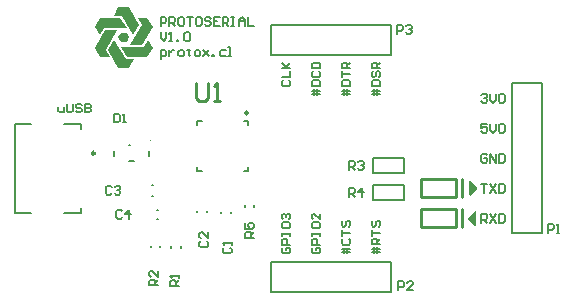
<source format=gto>
G04*
G04 #@! TF.GenerationSoftware,Altium Limited,Altium Designer,18.1.9 (240)*
G04*
G04 Layer_Color=65535*
%FSLAX25Y25*%
%MOIN*%
G70*
G01*
G75*
%ADD10C,0.00984*%
%ADD11C,0.00394*%
%ADD12C,0.00787*%
%ADD13C,0.01000*%
%ADD14C,0.00600*%
%ADD15C,0.00800*%
G36*
X28221Y83908D02*
X26184Y80390D01*
X22389Y86985D01*
X19659D01*
X21279Y89808D01*
X24819D01*
X28221Y83908D01*
D02*
G37*
G36*
X24009Y82751D02*
X16396D01*
X15031Y80390D01*
X13411Y83213D01*
X15193Y86291D01*
X21973D01*
X24009Y82751D01*
D02*
G37*
G36*
X24958Y79696D02*
X24009Y78030D01*
X22112D01*
X21163Y79696D01*
X22112Y81316D01*
X24009D01*
X24958Y79696D01*
D02*
G37*
G36*
X32710Y83213D02*
X29308Y77313D01*
X25236D01*
X29054Y83908D01*
X27689Y86291D01*
X30951D01*
X32710Y83213D01*
D02*
G37*
G36*
Y76156D02*
X30951Y73101D01*
X24148D01*
X22112Y76618D01*
X29725D01*
X31067Y78979D01*
X32710Y76156D01*
D02*
G37*
G36*
X17090Y75438D02*
X18432Y73101D01*
X15193D01*
X13411Y76156D01*
X16790Y82033D01*
X20885D01*
X17090Y75438D01*
D02*
G37*
G36*
X23755Y72384D02*
X26462D01*
X24819Y69584D01*
X21279D01*
X17900Y75438D01*
X19937Y78979D01*
X23755Y72384D01*
D02*
G37*
G36*
X140283Y21826D02*
X140325Y21817D01*
X140362Y21803D01*
X140394Y21789D01*
X140426Y21770D01*
X140450Y21757D01*
X140463Y21747D01*
X140468Y21743D01*
X140496Y21711D01*
X140514Y21674D01*
X140533Y21636D01*
X140542Y21600D01*
X140547Y21567D01*
X140551Y21544D01*
Y21526D01*
Y21521D01*
Y17146D01*
X140547Y17095D01*
X140537Y17053D01*
X140524Y17017D01*
X140510Y16984D01*
X140496Y16957D01*
X140482Y16938D01*
X140473Y16929D01*
X140468Y16924D01*
X140422Y16896D01*
X140380Y16873D01*
X140343Y16860D01*
X140311Y16846D01*
X140283Y16841D01*
X140265Y16836D01*
X140246D01*
X140205Y16841D01*
X140168Y16850D01*
X140126Y16864D01*
X140094Y16883D01*
X140061Y16896D01*
X140038Y16910D01*
X140024Y16919D01*
X140020Y16924D01*
X137835Y19109D01*
X137807Y19156D01*
X137784Y19197D01*
X137770Y19234D01*
X137756Y19266D01*
X137751Y19294D01*
X137747Y19313D01*
Y19327D01*
Y19331D01*
X137751Y19373D01*
X137761Y19410D01*
X137775Y19451D01*
X137788Y19484D01*
X137807Y19516D01*
X137821Y19539D01*
X137830Y19553D01*
X137835Y19557D01*
X140020Y21743D01*
X140066Y21770D01*
X140108Y21794D01*
X140145Y21808D01*
X140177Y21821D01*
X140205Y21826D01*
X140228Y21831D01*
X140246D01*
X140283Y21826D01*
D02*
G37*
G36*
X138535Y31964D02*
X138563Y31959D01*
X138595Y31945D01*
X138633Y31931D01*
X138674Y31908D01*
X138720Y31881D01*
X140905Y29695D01*
X140910Y29691D01*
X140919Y29677D01*
X140933Y29654D01*
X140952Y29621D01*
X140966Y29589D01*
X140979Y29548D01*
X140989Y29511D01*
X140993Y29469D01*
Y29464D01*
Y29451D01*
X140989Y29432D01*
X140984Y29404D01*
X140970Y29372D01*
X140956Y29335D01*
X140933Y29293D01*
X140905Y29247D01*
X138720Y27062D01*
X138716Y27057D01*
X138702Y27048D01*
X138679Y27034D01*
X138646Y27020D01*
X138614Y27002D01*
X138572Y26988D01*
X138535Y26979D01*
X138494Y26974D01*
X138475D01*
X138457Y26979D01*
X138429Y26983D01*
X138397Y26997D01*
X138360Y27011D01*
X138318Y27034D01*
X138272Y27062D01*
X138268Y27067D01*
X138258Y27076D01*
X138244Y27094D01*
X138231Y27122D01*
X138217Y27154D01*
X138203Y27191D01*
X138194Y27233D01*
X138189Y27284D01*
Y31659D01*
Y31664D01*
Y31682D01*
X138194Y31705D01*
X138198Y31737D01*
X138207Y31774D01*
X138226Y31811D01*
X138244Y31848D01*
X138272Y31881D01*
X138277Y31885D01*
X138291Y31894D01*
X138314Y31908D01*
X138346Y31927D01*
X138378Y31941D01*
X138415Y31955D01*
X138457Y31964D01*
X138494Y31968D01*
X138512D01*
X138535Y31964D01*
D02*
G37*
D10*
X64468Y54527D02*
G03*
X64468Y54527I-492J0D01*
G01*
X13441Y41118D02*
G03*
X13441Y41118I-492J0D01*
G01*
D11*
X32087Y45449D02*
G03*
X32087Y45449I-197J0D01*
G01*
D12*
X47638Y50590D02*
Y51968D01*
X49016D01*
X47638Y35039D02*
Y36417D01*
Y35039D02*
X49016D01*
X63189D02*
X64567D01*
Y36417D01*
Y50590D02*
Y51968D01*
X63189D02*
X64567D01*
X3000Y50764D02*
X8815D01*
Y49185D02*
Y50764D01*
Y21236D02*
Y22815D01*
X3000Y21236D02*
X8815D01*
X-13232D02*
X-7811D01*
X-13232D02*
Y50764D01*
X-7811D01*
X38945Y9646D02*
Y10039D01*
X42095Y9646D02*
Y10039D01*
X35197Y9866D02*
Y10260D01*
X32048Y9866D02*
Y10260D01*
X55315Y21039D02*
Y21433D01*
X58858Y21039D02*
Y21433D01*
X47638Y21457D02*
Y21850D01*
X50788Y21457D02*
Y21850D01*
X112126Y-5031D02*
Y4969D01*
X72126Y-5031D02*
X112126D01*
X72126Y4969D02*
X112126D01*
X72126Y-5031D02*
Y4969D01*
X112126Y73969D02*
Y83969D01*
X72126Y73969D02*
X112126D01*
X72126Y83969D02*
X112126D01*
X72126Y73969D02*
Y83969D01*
X63583Y23303D02*
Y23697D01*
X66339Y23303D02*
Y23697D01*
X152480Y14469D02*
X162480D01*
X152480D02*
Y64469D01*
X162480Y14469D02*
Y64469D01*
X152480D02*
X162480D01*
X31496Y40331D02*
Y41906D01*
X19685Y40331D02*
Y41906D01*
X24803Y43874D02*
X25197D01*
X24803Y38362D02*
X26378D01*
X34094Y22329D02*
X34488D01*
X34094Y19179D02*
X34488D01*
X32323Y30516D02*
X32717D01*
X32323Y26972D02*
X32717D01*
D13*
X133976Y26489D02*
Y32395D01*
X132945Y26489D02*
X133976D01*
X135976Y26542D02*
Y32448D01*
X132945Y32395D02*
X133976D01*
X122118D02*
X132945D01*
X122118Y26489D02*
X132945D01*
X122118D02*
Y32395D01*
X133976Y16489D02*
Y22395D01*
X132945Y16489D02*
X133976D01*
X135976Y16542D02*
Y22448D01*
X132945Y22395D02*
X133976D01*
X122118D02*
X132945D01*
X122118Y16489D02*
X132945D01*
X122118D02*
Y22395D01*
X47245Y64520D02*
Y59522D01*
X48245Y58522D01*
X50244D01*
X51244Y59522D01*
Y64520D01*
X53243Y58522D02*
X55242D01*
X54243D01*
Y64520D01*
X53243Y63520D01*
D14*
X106102Y30669D02*
X116339D01*
X106102Y25551D02*
X116339D01*
X106102D02*
Y30669D01*
X116339Y25551D02*
Y30669D01*
X106102Y39669D02*
X116339D01*
X106102Y34551D02*
X116339D01*
X106102D02*
Y39669D01*
X116339Y34551D02*
Y39669D01*
D15*
X142189Y30944D02*
X144157D01*
X143173D01*
Y27993D01*
X145141Y30944D02*
X147109Y27993D01*
Y30944D02*
X145141Y27993D01*
X148093Y30944D02*
Y27993D01*
X149568D01*
X150060Y28485D01*
Y30452D01*
X149568Y30944D01*
X148093D01*
X35335Y72441D02*
Y75393D01*
X36811D01*
X37303Y74901D01*
Y73917D01*
X36811Y73425D01*
X35335D01*
X38287Y75393D02*
Y73425D01*
Y74409D01*
X38778Y74901D01*
X39270Y75393D01*
X39762D01*
X41730Y73425D02*
X42714D01*
X43206Y73917D01*
Y74901D01*
X42714Y75393D01*
X41730D01*
X41238Y74901D01*
Y73917D01*
X41730Y73425D01*
X44682Y75885D02*
Y75393D01*
X44190D01*
X45174D01*
X44682D01*
Y73917D01*
X45174Y73425D01*
X47142D02*
X48126D01*
X48618Y73917D01*
Y74901D01*
X48126Y75393D01*
X47142D01*
X46650Y74901D01*
Y73917D01*
X47142Y73425D01*
X49602Y75393D02*
X51570Y73425D01*
X50586Y74409D01*
X51570Y75393D01*
X49602Y73425D01*
X52553D02*
Y73917D01*
X53045D01*
Y73425D01*
X52553D01*
X56981Y75393D02*
X55505D01*
X55013Y74901D01*
Y73917D01*
X55505Y73425D01*
X56981D01*
X57965D02*
X58949D01*
X58457D01*
Y76377D01*
X57965D01*
X35335Y81397D02*
Y79429D01*
X36319Y78445D01*
X37303Y79429D01*
Y81397D01*
X38287Y78445D02*
X39270D01*
X38778D01*
Y81397D01*
X38287Y80905D01*
X40746Y78445D02*
Y78937D01*
X41238D01*
Y78445D01*
X40746D01*
X43206Y80905D02*
X43698Y81397D01*
X44682D01*
X45174Y80905D01*
Y78937D01*
X44682Y78445D01*
X43698D01*
X43206Y78937D01*
Y80905D01*
X35335Y83563D02*
Y86515D01*
X36811D01*
X37303Y86023D01*
Y85039D01*
X36811Y84547D01*
X35335D01*
X38287Y83563D02*
Y86515D01*
X39762D01*
X40254Y86023D01*
Y85039D01*
X39762Y84547D01*
X38287D01*
X39270D02*
X40254Y83563D01*
X42714Y86515D02*
X41730D01*
X41238Y86023D01*
Y84055D01*
X41730Y83563D01*
X42714D01*
X43206Y84055D01*
Y86023D01*
X42714Y86515D01*
X44190D02*
X46158D01*
X45174D01*
Y83563D01*
X48618Y86515D02*
X47634D01*
X47142Y86023D01*
Y84055D01*
X47634Y83563D01*
X48618D01*
X49110Y84055D01*
Y86023D01*
X48618Y86515D01*
X52062Y86023D02*
X51570Y86515D01*
X50586D01*
X50094Y86023D01*
Y85531D01*
X50586Y85039D01*
X51570D01*
X52062Y84547D01*
Y84055D01*
X51570Y83563D01*
X50586D01*
X50094Y84055D01*
X55013Y86515D02*
X53045D01*
Y83563D01*
X55013D01*
X53045Y85039D02*
X54029D01*
X55997Y83563D02*
Y86515D01*
X57473D01*
X57965Y86023D01*
Y85039D01*
X57473Y84547D01*
X55997D01*
X56981D02*
X57965Y83563D01*
X58949Y86515D02*
X59933D01*
X59441D01*
Y83563D01*
X58949D01*
X59933D01*
X61409D02*
Y85531D01*
X62393Y86515D01*
X63377Y85531D01*
Y83563D01*
Y85039D01*
X61409D01*
X64361Y86515D02*
Y83563D01*
X66329D01*
X76142Y65451D02*
X75650Y64959D01*
Y63975D01*
X76142Y63483D01*
X78110D01*
X78602Y63975D01*
Y64959D01*
X78110Y65451D01*
X75650Y66435D02*
X78602D01*
Y68403D01*
X75650Y69387D02*
X78602D01*
X77618D01*
X75650Y71355D01*
X77126Y69879D01*
X78602Y71355D01*
X88602Y61023D02*
X85650D01*
Y62007D02*
X88602D01*
X86634Y60532D02*
Y62007D01*
Y62499D01*
X87618Y60532D02*
Y62499D01*
X85650Y63483D02*
X88602D01*
Y64959D01*
X88110Y65451D01*
X86142D01*
X85650Y64959D01*
Y63483D01*
X86142Y68403D02*
X85650Y67911D01*
Y66927D01*
X86142Y66435D01*
X88110D01*
X88602Y66927D01*
Y67911D01*
X88110Y68403D01*
X85650Y69387D02*
X88602D01*
Y70863D01*
X88110Y71355D01*
X86142D01*
X85650Y70863D01*
Y69387D01*
X98602Y61023D02*
X95650D01*
Y62007D02*
X98602D01*
X96634Y60532D02*
Y62007D01*
Y62499D01*
X97618Y60532D02*
Y62499D01*
X95650Y63483D02*
X98602D01*
Y64959D01*
X98110Y65451D01*
X96142D01*
X95650Y64959D01*
Y63483D01*
Y66435D02*
Y68403D01*
Y67419D01*
X98602D01*
Y69387D02*
X95650D01*
Y70863D01*
X96142Y71355D01*
X97126D01*
X97618Y70863D01*
Y69387D01*
Y70371D02*
X98602Y71355D01*
X108602Y61023D02*
X105650D01*
Y62007D02*
X108602D01*
X106634Y60532D02*
Y62007D01*
Y62499D01*
X107618Y60532D02*
Y62499D01*
X105650Y63483D02*
X108602D01*
Y64959D01*
X108110Y65451D01*
X106142D01*
X105650Y64959D01*
Y63483D01*
X106142Y68403D02*
X105650Y67911D01*
Y66927D01*
X106142Y66435D01*
X106634D01*
X107126Y66927D01*
Y67911D01*
X107618Y68403D01*
X108110D01*
X108602Y67911D01*
Y66927D01*
X108110Y66435D01*
X108602Y69387D02*
X105650D01*
Y70863D01*
X106142Y71355D01*
X107126D01*
X107618Y70863D01*
Y69387D01*
Y70371D02*
X108602Y71355D01*
Y8242D02*
X105650D01*
Y9226D02*
X108602D01*
X106634Y7750D02*
Y9226D01*
Y9718D01*
X107618Y7750D02*
Y9718D01*
X108602Y10702D02*
X105650D01*
Y12178D01*
X106142Y12670D01*
X107126D01*
X107618Y12178D01*
Y10702D01*
Y11686D02*
X108602Y12670D01*
X105650Y13653D02*
Y15621D01*
Y14637D01*
X108602D01*
X106142Y18573D02*
X105650Y18081D01*
Y17097D01*
X106142Y16605D01*
X106634D01*
X107126Y17097D01*
Y18081D01*
X107618Y18573D01*
X108110D01*
X108602Y18081D01*
Y17097D01*
X108110Y16605D01*
X98602Y8210D02*
X95650D01*
Y9194D02*
X98602D01*
X96634Y7718D02*
Y9194D01*
Y9686D01*
X97618Y7718D02*
Y9686D01*
X96142Y12638D02*
X95650Y12146D01*
Y11162D01*
X96142Y10670D01*
X98110D01*
X98602Y11162D01*
Y12146D01*
X98110Y12638D01*
X95650Y13622D02*
Y15590D01*
Y14606D01*
X98602D01*
X96142Y18542D02*
X95650Y18050D01*
Y17066D01*
X96142Y16574D01*
X96634D01*
X97126Y17066D01*
Y18050D01*
X97618Y18542D01*
X98110D01*
X98602Y18050D01*
Y17066D01*
X98110Y16574D01*
X86142Y9686D02*
X85650Y9194D01*
Y8210D01*
X86142Y7718D01*
X88110D01*
X88602Y8210D01*
Y9194D01*
X88110Y9686D01*
X87126D01*
Y8702D01*
X88602Y10670D02*
X85650D01*
Y12146D01*
X86142Y12638D01*
X87126D01*
X87618Y12146D01*
Y10670D01*
X85650Y13622D02*
Y14606D01*
Y14114D01*
X88602D01*
Y13622D01*
Y14606D01*
X85650Y17558D02*
Y16574D01*
X86142Y16082D01*
X88110D01*
X88602Y16574D01*
Y17558D01*
X88110Y18050D01*
X86142D01*
X85650Y17558D01*
X88602Y21001D02*
Y19034D01*
X86634Y21001D01*
X86142D01*
X85650Y20509D01*
Y19525D01*
X86142Y19034D01*
X76142Y9686D02*
X75650Y9194D01*
Y8210D01*
X76142Y7718D01*
X78110D01*
X78602Y8210D01*
Y9194D01*
X78110Y9686D01*
X77126D01*
Y8702D01*
X78602Y10670D02*
X75650D01*
Y12146D01*
X76142Y12638D01*
X77126D01*
X77618Y12146D01*
Y10670D01*
X75650Y13622D02*
Y14606D01*
Y14114D01*
X78602D01*
Y13622D01*
Y14606D01*
X75650Y17558D02*
Y16574D01*
X76142Y16082D01*
X78110D01*
X78602Y16574D01*
Y17558D01*
X78110Y18050D01*
X76142D01*
X75650Y17558D01*
X76142Y19034D02*
X75650Y19525D01*
Y20509D01*
X76142Y21001D01*
X76634D01*
X77126Y20509D01*
Y20018D01*
Y20509D01*
X77618Y21001D01*
X78110D01*
X78602Y20509D01*
Y19525D01*
X78110Y19034D01*
X142189Y60452D02*
X142681Y60944D01*
X143665D01*
X144157Y60452D01*
Y59961D01*
X143665Y59469D01*
X143173D01*
X143665D01*
X144157Y58977D01*
Y58485D01*
X143665Y57993D01*
X142681D01*
X142189Y58485D01*
X145141Y60944D02*
Y58977D01*
X146125Y57993D01*
X147109Y58977D01*
Y60944D01*
X148093Y60452D02*
X148585Y60944D01*
X149568D01*
X150060Y60452D01*
Y58485D01*
X149568Y57993D01*
X148585D01*
X148093Y58485D01*
Y60452D01*
X144157Y50944D02*
X142189D01*
Y49468D01*
X143173Y49961D01*
X143665D01*
X144157Y49468D01*
Y48485D01*
X143665Y47993D01*
X142681D01*
X142189Y48485D01*
X145141Y50944D02*
Y48976D01*
X146125Y47993D01*
X147109Y48976D01*
Y50944D01*
X148093Y50452D02*
X148585Y50944D01*
X149568D01*
X150060Y50452D01*
Y48485D01*
X149568Y47993D01*
X148585D01*
X148093Y48485D01*
Y50452D01*
X144157Y40452D02*
X143665Y40944D01*
X142681D01*
X142189Y40452D01*
Y38485D01*
X142681Y37993D01*
X143665D01*
X144157Y38485D01*
Y39469D01*
X143173D01*
X145141Y37993D02*
Y40944D01*
X147109Y37993D01*
Y40944D01*
X148093D02*
Y37993D01*
X149568D01*
X150060Y38485D01*
Y40452D01*
X149568Y40944D01*
X148093D01*
X142189Y17993D02*
Y20944D01*
X143665D01*
X144157Y20452D01*
Y19468D01*
X143665Y18977D01*
X142189D01*
X143173D02*
X144157Y17993D01*
X145141Y20944D02*
X147109Y17993D01*
Y20944D02*
X145141Y17993D01*
X148093Y20944D02*
Y17993D01*
X149568D01*
X150060Y18485D01*
Y20452D01*
X149568Y20944D01*
X148093D01*
X114126Y80968D02*
Y83920D01*
X115602D01*
X116094Y83428D01*
Y82444D01*
X115602Y81952D01*
X114126D01*
X117078Y83428D02*
X117570Y83920D01*
X118554D01*
X119046Y83428D01*
Y82936D01*
X118554Y82444D01*
X118062D01*
X118554D01*
X119046Y81952D01*
Y81460D01*
X118554Y80968D01*
X117570D01*
X117078Y81460D01*
X114626Y-4532D02*
Y-1580D01*
X116102D01*
X116594Y-2072D01*
Y-3056D01*
X116102Y-3548D01*
X114626D01*
X119546Y-4532D02*
X117578D01*
X119546Y-2564D01*
Y-2072D01*
X119054Y-1580D01*
X118070D01*
X117578Y-2072D01*
X164370Y14567D02*
Y17519D01*
X165846D01*
X166338Y17027D01*
Y16043D01*
X165846Y15551D01*
X164370D01*
X167322Y14567D02*
X168306D01*
X167814D01*
Y17519D01*
X167322Y17027D01*
X66461Y13000D02*
X63509D01*
Y14476D01*
X64001Y14968D01*
X64985D01*
X65477Y14476D01*
Y13000D01*
Y13984D02*
X66461Y14968D01*
X63509Y17920D02*
Y15952D01*
X64985D01*
X64493Y16936D01*
Y17428D01*
X64985Y17920D01*
X65969D01*
X66461Y17428D01*
Y16444D01*
X65969Y15952D01*
X98120Y26610D02*
Y29562D01*
X99596D01*
X100088Y29070D01*
Y28086D01*
X99596Y27594D01*
X98120D01*
X99104D02*
X100088Y26610D01*
X102548D02*
Y29562D01*
X101072Y28086D01*
X103040D01*
X98120Y35610D02*
Y38562D01*
X99596D01*
X100088Y38070D01*
Y37086D01*
X99596Y36594D01*
X98120D01*
X99104D02*
X100088Y35610D01*
X101072Y38070D02*
X101564Y38562D01*
X102548D01*
X103040Y38070D01*
Y37578D01*
X102548Y37086D01*
X102056D01*
X102548D01*
X103040Y36594D01*
Y36102D01*
X102548Y35610D01*
X101564D01*
X101072Y36102D01*
X34552Y-2974D02*
X31600D01*
Y-1498D01*
X32092Y-1006D01*
X33076D01*
X33568Y-1498D01*
Y-2974D01*
Y-1990D02*
X34552Y-1006D01*
Y1946D02*
Y-22D01*
X32584Y1946D01*
X32092D01*
X31600Y1454D01*
Y470D01*
X32092Y-22D01*
X41452Y-3274D02*
X38500D01*
Y-1798D01*
X38992Y-1306D01*
X39976D01*
X40468Y-1798D01*
Y-3274D01*
Y-2290D02*
X41452Y-1306D01*
Y-322D02*
Y662D01*
Y170D01*
X38500D01*
X38992Y-322D01*
X1181Y56692D02*
Y55216D01*
X1673Y54724D01*
X3149D01*
Y56692D01*
X4133Y57676D02*
Y55216D01*
X4625Y54724D01*
X5609D01*
X6101Y55216D01*
Y57676D01*
X9053Y57184D02*
X8561Y57676D01*
X7577D01*
X7085Y57184D01*
Y56692D01*
X7577Y56200D01*
X8561D01*
X9053Y55708D01*
Y55216D01*
X8561Y54724D01*
X7577D01*
X7085Y55216D01*
X10036Y57676D02*
Y54724D01*
X11512D01*
X12004Y55216D01*
Y55708D01*
X11512Y56200D01*
X10036D01*
X11512D01*
X12004Y56692D01*
Y57184D01*
X11512Y57676D01*
X10036D01*
X19763Y54346D02*
Y51395D01*
X21239D01*
X21731Y51886D01*
Y53854D01*
X21239Y54346D01*
X19763D01*
X22715Y51395D02*
X23699D01*
X23207D01*
Y54346D01*
X22715Y53854D01*
X22515Y21751D02*
X22023Y22243D01*
X21039D01*
X20547Y21751D01*
Y19783D01*
X21039Y19291D01*
X22023D01*
X22515Y19783D01*
X24975Y19291D02*
Y22243D01*
X23499Y20767D01*
X25467D01*
X19009Y29741D02*
X18517Y30233D01*
X17533D01*
X17041Y29741D01*
Y27773D01*
X17533Y27281D01*
X18517D01*
X19009Y27773D01*
X19993Y29741D02*
X20485Y30233D01*
X21469D01*
X21961Y29741D01*
Y29249D01*
X21469Y28757D01*
X20977D01*
X21469D01*
X21961Y28265D01*
Y27773D01*
X21469Y27281D01*
X20485D01*
X19993Y27773D01*
X48721Y11810D02*
X48229Y11318D01*
Y10334D01*
X48721Y9843D01*
X50689D01*
X51181Y10334D01*
Y11318D01*
X50689Y11810D01*
X51181Y14762D02*
Y12794D01*
X49213Y14762D01*
X48721D01*
X48229Y14270D01*
Y13286D01*
X48721Y12794D01*
X56603Y9686D02*
X56111Y9194D01*
Y8210D01*
X56603Y7718D01*
X58571D01*
X59063Y8210D01*
Y9194D01*
X58571Y9686D01*
X59063Y10670D02*
Y11654D01*
Y11162D01*
X56111D01*
X56603Y10670D01*
M02*

</source>
